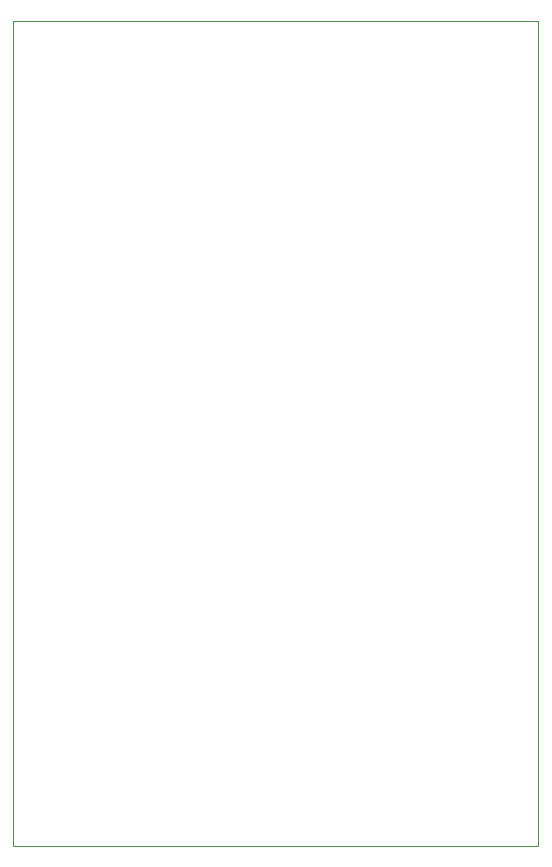
<source format=gbr>
G04 #@! TF.GenerationSoftware,KiCad,Pcbnew,5.1.5-52549c5~84~ubuntu18.04.1*
G04 #@! TF.CreationDate,2020-04-22T17:40:04-07:00*
G04 #@! TF.ProjectId,clock_generator,636c6f63-6b5f-4676-956e-657261746f72,rev?*
G04 #@! TF.SameCoordinates,Original*
G04 #@! TF.FileFunction,Profile,NP*
%FSLAX46Y46*%
G04 Gerber Fmt 4.6, Leading zero omitted, Abs format (unit mm)*
G04 Created by KiCad (PCBNEW 5.1.5-52549c5~84~ubuntu18.04.1) date 2020-04-22 17:40:04*
%MOMM*%
%LPD*%
G04 APERTURE LIST*
%ADD10C,0.050000*%
G04 APERTURE END LIST*
D10*
X143510000Y-59690000D02*
X143510000Y-67310000D01*
X99060000Y-59690000D02*
X143510000Y-59690000D01*
X99060000Y-67310000D02*
X99060000Y-59690000D01*
X99060000Y-129540000D02*
X143510000Y-129540000D01*
X99060000Y-67310000D02*
X99060000Y-129540000D01*
X143510000Y-67310000D02*
X143510000Y-129540000D01*
M02*

</source>
